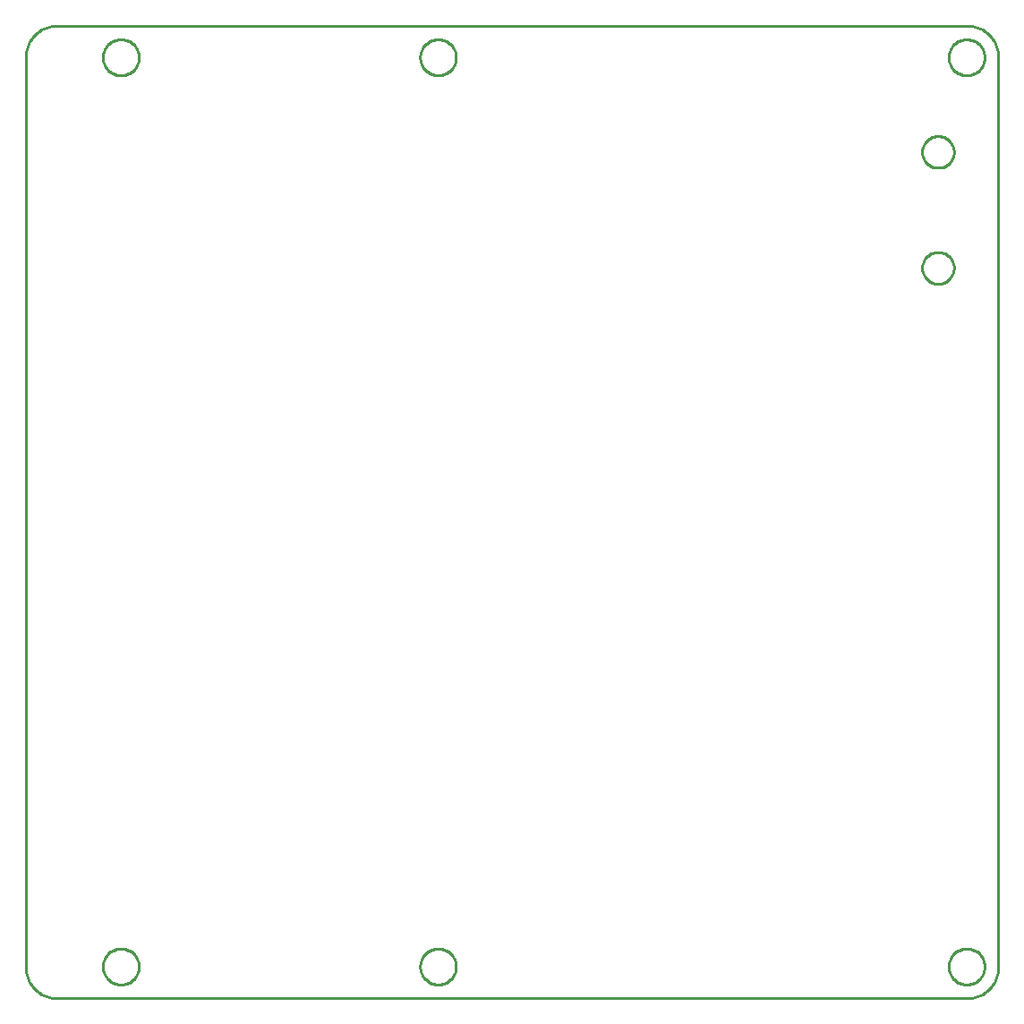
<source format=gbr>
G04 EAGLE Gerber RS-274X export*
G75*
%MOMM*%
%FSLAX34Y34*%
%LPD*%
%IN*%
%IPPOS*%
%AMOC8*
5,1,8,0,0,1.08239X$1,22.5*%
G01*
%ADD10C,0.254000*%


D10*
X0Y30000D02*
X114Y27385D01*
X456Y24791D01*
X1022Y22235D01*
X1809Y19739D01*
X2811Y17321D01*
X4019Y15000D01*
X5425Y12793D01*
X7019Y10716D01*
X8787Y8787D01*
X10716Y7019D01*
X12793Y5425D01*
X15000Y4019D01*
X17321Y2811D01*
X19739Y1809D01*
X22235Y1022D01*
X24791Y456D01*
X27385Y114D01*
X30000Y0D01*
X890000Y0D01*
X892615Y114D01*
X895209Y456D01*
X897765Y1022D01*
X900261Y1809D01*
X902679Y2811D01*
X905000Y4019D01*
X907207Y5425D01*
X909284Y7019D01*
X911213Y8787D01*
X912981Y10716D01*
X914575Y12793D01*
X915981Y15000D01*
X917189Y17321D01*
X918191Y19739D01*
X918978Y22235D01*
X919544Y24791D01*
X919886Y27385D01*
X920000Y30000D01*
X920000Y890000D01*
X919886Y892615D01*
X919544Y895209D01*
X918978Y897765D01*
X918191Y900261D01*
X917189Y902679D01*
X915981Y905000D01*
X914575Y907207D01*
X912981Y909284D01*
X911213Y911213D01*
X909284Y912981D01*
X907207Y914575D01*
X905000Y915981D01*
X902679Y917189D01*
X900261Y918191D01*
X897765Y918978D01*
X895209Y919544D01*
X892615Y919886D01*
X890000Y920000D01*
X30000Y920000D01*
X27385Y919886D01*
X24791Y919544D01*
X22235Y918978D01*
X19739Y918191D01*
X17321Y917189D01*
X15000Y915981D01*
X12793Y914575D01*
X10716Y912981D01*
X8787Y911213D01*
X7019Y909284D01*
X5425Y907207D01*
X4019Y905000D01*
X2811Y902679D01*
X1809Y900261D01*
X1022Y897765D01*
X456Y895209D01*
X114Y892615D01*
X0Y890000D01*
X0Y30000D01*
X407000Y889443D02*
X406927Y888333D01*
X406782Y887229D01*
X406565Y886138D01*
X406277Y885063D01*
X405919Y884009D01*
X405493Y882980D01*
X405001Y881982D01*
X404444Y881018D01*
X403826Y880093D01*
X403148Y879210D01*
X402414Y878373D01*
X401627Y877586D01*
X400790Y876852D01*
X399907Y876174D01*
X398982Y875556D01*
X398018Y874999D01*
X397020Y874507D01*
X395991Y874081D01*
X394937Y873723D01*
X393862Y873435D01*
X392771Y873218D01*
X391667Y873073D01*
X390557Y873000D01*
X389443Y873000D01*
X388333Y873073D01*
X387229Y873218D01*
X386138Y873435D01*
X385063Y873723D01*
X384009Y874081D01*
X382980Y874507D01*
X381982Y874999D01*
X381018Y875556D01*
X380093Y876174D01*
X379210Y876852D01*
X378373Y877586D01*
X377586Y878373D01*
X376852Y879210D01*
X376174Y880093D01*
X375556Y881018D01*
X374999Y881982D01*
X374507Y882980D01*
X374081Y884009D01*
X373723Y885063D01*
X373435Y886138D01*
X373218Y887229D01*
X373073Y888333D01*
X373000Y889443D01*
X373000Y890557D01*
X373073Y891667D01*
X373218Y892771D01*
X373435Y893862D01*
X373723Y894937D01*
X374081Y895991D01*
X374507Y897020D01*
X374999Y898018D01*
X375556Y898982D01*
X376174Y899907D01*
X376852Y900790D01*
X377586Y901627D01*
X378373Y902414D01*
X379210Y903148D01*
X380093Y903826D01*
X381018Y904444D01*
X381982Y905001D01*
X382980Y905493D01*
X384009Y905919D01*
X385063Y906277D01*
X386138Y906565D01*
X387229Y906782D01*
X388333Y906927D01*
X389443Y907000D01*
X390557Y907000D01*
X391667Y906927D01*
X392771Y906782D01*
X393862Y906565D01*
X394937Y906277D01*
X395991Y905919D01*
X397020Y905493D01*
X398018Y905001D01*
X398982Y904444D01*
X399907Y903826D01*
X400790Y903148D01*
X401627Y902414D01*
X402414Y901627D01*
X403148Y900790D01*
X403826Y899907D01*
X404444Y898982D01*
X405001Y898018D01*
X405493Y897020D01*
X405919Y895991D01*
X406277Y894937D01*
X406565Y893862D01*
X406782Y892771D01*
X406927Y891667D01*
X407000Y890557D01*
X407000Y889443D01*
X107000Y889443D02*
X106927Y888333D01*
X106782Y887229D01*
X106565Y886138D01*
X106277Y885063D01*
X105919Y884009D01*
X105493Y882980D01*
X105001Y881982D01*
X104444Y881018D01*
X103826Y880093D01*
X103148Y879210D01*
X102414Y878373D01*
X101627Y877586D01*
X100790Y876852D01*
X99907Y876174D01*
X98982Y875556D01*
X98018Y874999D01*
X97020Y874507D01*
X95991Y874081D01*
X94937Y873723D01*
X93862Y873435D01*
X92771Y873218D01*
X91667Y873073D01*
X90557Y873000D01*
X89443Y873000D01*
X88333Y873073D01*
X87229Y873218D01*
X86138Y873435D01*
X85063Y873723D01*
X84009Y874081D01*
X82980Y874507D01*
X81982Y874999D01*
X81018Y875556D01*
X80093Y876174D01*
X79210Y876852D01*
X78373Y877586D01*
X77586Y878373D01*
X76852Y879210D01*
X76174Y880093D01*
X75556Y881018D01*
X74999Y881982D01*
X74507Y882980D01*
X74081Y884009D01*
X73723Y885063D01*
X73435Y886138D01*
X73218Y887229D01*
X73073Y888333D01*
X73000Y889443D01*
X73000Y890557D01*
X73073Y891667D01*
X73218Y892771D01*
X73435Y893862D01*
X73723Y894937D01*
X74081Y895991D01*
X74507Y897020D01*
X74999Y898018D01*
X75556Y898982D01*
X76174Y899907D01*
X76852Y900790D01*
X77586Y901627D01*
X78373Y902414D01*
X79210Y903148D01*
X80093Y903826D01*
X81018Y904444D01*
X81982Y905001D01*
X82980Y905493D01*
X84009Y905919D01*
X85063Y906277D01*
X86138Y906565D01*
X87229Y906782D01*
X88333Y906927D01*
X89443Y907000D01*
X90557Y907000D01*
X91667Y906927D01*
X92771Y906782D01*
X93862Y906565D01*
X94937Y906277D01*
X95991Y905919D01*
X97020Y905493D01*
X98018Y905001D01*
X98982Y904444D01*
X99907Y903826D01*
X100790Y903148D01*
X101627Y902414D01*
X102414Y901627D01*
X103148Y900790D01*
X103826Y899907D01*
X104444Y898982D01*
X105001Y898018D01*
X105493Y897020D01*
X105919Y895991D01*
X106277Y894937D01*
X106565Y893862D01*
X106782Y892771D01*
X106927Y891667D01*
X107000Y890557D01*
X107000Y889443D01*
X107000Y29443D02*
X106927Y28333D01*
X106782Y27229D01*
X106565Y26138D01*
X106277Y25063D01*
X105919Y24009D01*
X105493Y22980D01*
X105001Y21982D01*
X104444Y21018D01*
X103826Y20093D01*
X103148Y19210D01*
X102414Y18373D01*
X101627Y17586D01*
X100790Y16852D01*
X99907Y16174D01*
X98982Y15556D01*
X98018Y14999D01*
X97020Y14507D01*
X95991Y14081D01*
X94937Y13723D01*
X93862Y13435D01*
X92771Y13218D01*
X91667Y13073D01*
X90557Y13000D01*
X89443Y13000D01*
X88333Y13073D01*
X87229Y13218D01*
X86138Y13435D01*
X85063Y13723D01*
X84009Y14081D01*
X82980Y14507D01*
X81982Y14999D01*
X81018Y15556D01*
X80093Y16174D01*
X79210Y16852D01*
X78373Y17586D01*
X77586Y18373D01*
X76852Y19210D01*
X76174Y20093D01*
X75556Y21018D01*
X74999Y21982D01*
X74507Y22980D01*
X74081Y24009D01*
X73723Y25063D01*
X73435Y26138D01*
X73218Y27229D01*
X73073Y28333D01*
X73000Y29443D01*
X73000Y30557D01*
X73073Y31667D01*
X73218Y32771D01*
X73435Y33862D01*
X73723Y34937D01*
X74081Y35991D01*
X74507Y37020D01*
X74999Y38018D01*
X75556Y38982D01*
X76174Y39907D01*
X76852Y40790D01*
X77586Y41627D01*
X78373Y42414D01*
X79210Y43148D01*
X80093Y43826D01*
X81018Y44444D01*
X81982Y45001D01*
X82980Y45493D01*
X84009Y45919D01*
X85063Y46277D01*
X86138Y46565D01*
X87229Y46782D01*
X88333Y46927D01*
X89443Y47000D01*
X90557Y47000D01*
X91667Y46927D01*
X92771Y46782D01*
X93862Y46565D01*
X94937Y46277D01*
X95991Y45919D01*
X97020Y45493D01*
X98018Y45001D01*
X98982Y44444D01*
X99907Y43826D01*
X100790Y43148D01*
X101627Y42414D01*
X102414Y41627D01*
X103148Y40790D01*
X103826Y39907D01*
X104444Y38982D01*
X105001Y38018D01*
X105493Y37020D01*
X105919Y35991D01*
X106277Y34937D01*
X106565Y33862D01*
X106782Y32771D01*
X106927Y31667D01*
X107000Y30557D01*
X107000Y29443D01*
X407000Y29443D02*
X406927Y28333D01*
X406782Y27229D01*
X406565Y26138D01*
X406277Y25063D01*
X405919Y24009D01*
X405493Y22980D01*
X405001Y21982D01*
X404444Y21018D01*
X403826Y20093D01*
X403148Y19210D01*
X402414Y18373D01*
X401627Y17586D01*
X400790Y16852D01*
X399907Y16174D01*
X398982Y15556D01*
X398018Y14999D01*
X397020Y14507D01*
X395991Y14081D01*
X394937Y13723D01*
X393862Y13435D01*
X392771Y13218D01*
X391667Y13073D01*
X390557Y13000D01*
X389443Y13000D01*
X388333Y13073D01*
X387229Y13218D01*
X386138Y13435D01*
X385063Y13723D01*
X384009Y14081D01*
X382980Y14507D01*
X381982Y14999D01*
X381018Y15556D01*
X380093Y16174D01*
X379210Y16852D01*
X378373Y17586D01*
X377586Y18373D01*
X376852Y19210D01*
X376174Y20093D01*
X375556Y21018D01*
X374999Y21982D01*
X374507Y22980D01*
X374081Y24009D01*
X373723Y25063D01*
X373435Y26138D01*
X373218Y27229D01*
X373073Y28333D01*
X373000Y29443D01*
X373000Y30557D01*
X373073Y31667D01*
X373218Y32771D01*
X373435Y33862D01*
X373723Y34937D01*
X374081Y35991D01*
X374507Y37020D01*
X374999Y38018D01*
X375556Y38982D01*
X376174Y39907D01*
X376852Y40790D01*
X377586Y41627D01*
X378373Y42414D01*
X379210Y43148D01*
X380093Y43826D01*
X381018Y44444D01*
X381982Y45001D01*
X382980Y45493D01*
X384009Y45919D01*
X385063Y46277D01*
X386138Y46565D01*
X387229Y46782D01*
X388333Y46927D01*
X389443Y47000D01*
X390557Y47000D01*
X391667Y46927D01*
X392771Y46782D01*
X393862Y46565D01*
X394937Y46277D01*
X395991Y45919D01*
X397020Y45493D01*
X398018Y45001D01*
X398982Y44444D01*
X399907Y43826D01*
X400790Y43148D01*
X401627Y42414D01*
X402414Y41627D01*
X403148Y40790D01*
X403826Y39907D01*
X404444Y38982D01*
X405001Y38018D01*
X405493Y37020D01*
X405919Y35991D01*
X406277Y34937D01*
X406565Y33862D01*
X406782Y32771D01*
X406927Y31667D01*
X407000Y30557D01*
X407000Y29443D01*
X907000Y29443D02*
X906927Y28333D01*
X906782Y27229D01*
X906565Y26138D01*
X906277Y25063D01*
X905919Y24009D01*
X905493Y22980D01*
X905001Y21982D01*
X904444Y21018D01*
X903826Y20093D01*
X903148Y19210D01*
X902414Y18373D01*
X901627Y17586D01*
X900790Y16852D01*
X899907Y16174D01*
X898982Y15556D01*
X898018Y14999D01*
X897020Y14507D01*
X895991Y14081D01*
X894937Y13723D01*
X893862Y13435D01*
X892771Y13218D01*
X891667Y13073D01*
X890557Y13000D01*
X889443Y13000D01*
X888333Y13073D01*
X887229Y13218D01*
X886138Y13435D01*
X885063Y13723D01*
X884009Y14081D01*
X882980Y14507D01*
X881982Y14999D01*
X881018Y15556D01*
X880093Y16174D01*
X879210Y16852D01*
X878373Y17586D01*
X877586Y18373D01*
X876852Y19210D01*
X876174Y20093D01*
X875556Y21018D01*
X874999Y21982D01*
X874507Y22980D01*
X874081Y24009D01*
X873723Y25063D01*
X873435Y26138D01*
X873218Y27229D01*
X873073Y28333D01*
X873000Y29443D01*
X873000Y30557D01*
X873073Y31667D01*
X873218Y32771D01*
X873435Y33862D01*
X873723Y34937D01*
X874081Y35991D01*
X874507Y37020D01*
X874999Y38018D01*
X875556Y38982D01*
X876174Y39907D01*
X876852Y40790D01*
X877586Y41627D01*
X878373Y42414D01*
X879210Y43148D01*
X880093Y43826D01*
X881018Y44444D01*
X881982Y45001D01*
X882980Y45493D01*
X884009Y45919D01*
X885063Y46277D01*
X886138Y46565D01*
X887229Y46782D01*
X888333Y46927D01*
X889443Y47000D01*
X890557Y47000D01*
X891667Y46927D01*
X892771Y46782D01*
X893862Y46565D01*
X894937Y46277D01*
X895991Y45919D01*
X897020Y45493D01*
X898018Y45001D01*
X898982Y44444D01*
X899907Y43826D01*
X900790Y43148D01*
X901627Y42414D01*
X902414Y41627D01*
X903148Y40790D01*
X903826Y39907D01*
X904444Y38982D01*
X905001Y38018D01*
X905493Y37020D01*
X905919Y35991D01*
X906277Y34937D01*
X906565Y33862D01*
X906782Y32771D01*
X906927Y31667D01*
X907000Y30557D01*
X907000Y29443D01*
X907000Y889443D02*
X906927Y888333D01*
X906782Y887229D01*
X906565Y886138D01*
X906277Y885063D01*
X905919Y884009D01*
X905493Y882980D01*
X905001Y881982D01*
X904444Y881018D01*
X903826Y880093D01*
X903148Y879210D01*
X902414Y878373D01*
X901627Y877586D01*
X900790Y876852D01*
X899907Y876174D01*
X898982Y875556D01*
X898018Y874999D01*
X897020Y874507D01*
X895991Y874081D01*
X894937Y873723D01*
X893862Y873435D01*
X892771Y873218D01*
X891667Y873073D01*
X890557Y873000D01*
X889443Y873000D01*
X888333Y873073D01*
X887229Y873218D01*
X886138Y873435D01*
X885063Y873723D01*
X884009Y874081D01*
X882980Y874507D01*
X881982Y874999D01*
X881018Y875556D01*
X880093Y876174D01*
X879210Y876852D01*
X878373Y877586D01*
X877586Y878373D01*
X876852Y879210D01*
X876174Y880093D01*
X875556Y881018D01*
X874999Y881982D01*
X874507Y882980D01*
X874081Y884009D01*
X873723Y885063D01*
X873435Y886138D01*
X873218Y887229D01*
X873073Y888333D01*
X873000Y889443D01*
X873000Y890557D01*
X873073Y891667D01*
X873218Y892771D01*
X873435Y893862D01*
X873723Y894937D01*
X874081Y895991D01*
X874507Y897020D01*
X874999Y898018D01*
X875556Y898982D01*
X876174Y899907D01*
X876852Y900790D01*
X877586Y901627D01*
X878373Y902414D01*
X879210Y903148D01*
X880093Y903826D01*
X881018Y904444D01*
X881982Y905001D01*
X882980Y905493D01*
X884009Y905919D01*
X885063Y906277D01*
X886138Y906565D01*
X887229Y906782D01*
X888333Y906927D01*
X889443Y907000D01*
X890557Y907000D01*
X891667Y906927D01*
X892771Y906782D01*
X893862Y906565D01*
X894937Y906277D01*
X895991Y905919D01*
X897020Y905493D01*
X898018Y905001D01*
X898982Y904444D01*
X899907Y903826D01*
X900790Y903148D01*
X901627Y902414D01*
X902414Y901627D01*
X903148Y900790D01*
X903826Y899907D01*
X904444Y898982D01*
X905001Y898018D01*
X905493Y897020D01*
X905919Y895991D01*
X906277Y894937D01*
X906565Y893862D01*
X906782Y892771D01*
X906927Y891667D01*
X907000Y890557D01*
X907000Y889443D01*
X863436Y815500D02*
X864504Y815424D01*
X865565Y815271D01*
X866612Y815043D01*
X867640Y814741D01*
X868644Y814367D01*
X869619Y813922D01*
X870559Y813408D01*
X871460Y812829D01*
X872318Y812187D01*
X873128Y811485D01*
X873885Y810728D01*
X874587Y809918D01*
X875229Y809060D01*
X875808Y808159D01*
X876322Y807219D01*
X876767Y806244D01*
X877141Y805240D01*
X877443Y804212D01*
X877671Y803165D01*
X877824Y802104D01*
X877900Y801036D01*
X877900Y799964D01*
X877824Y798896D01*
X877671Y797835D01*
X877443Y796788D01*
X877141Y795760D01*
X876767Y794756D01*
X876322Y793781D01*
X875808Y792841D01*
X875229Y791940D01*
X874587Y791082D01*
X873885Y790272D01*
X873128Y789515D01*
X872318Y788813D01*
X871460Y788171D01*
X870559Y787592D01*
X869619Y787078D01*
X868644Y786633D01*
X867640Y786259D01*
X866612Y785957D01*
X865565Y785729D01*
X864504Y785576D01*
X863436Y785500D01*
X862364Y785500D01*
X861296Y785576D01*
X860235Y785729D01*
X859188Y785957D01*
X858160Y786259D01*
X857156Y786633D01*
X856181Y787078D01*
X855241Y787592D01*
X854340Y788171D01*
X853482Y788813D01*
X852672Y789515D01*
X851915Y790272D01*
X851213Y791082D01*
X850571Y791940D01*
X849992Y792841D01*
X849478Y793781D01*
X849033Y794756D01*
X848659Y795760D01*
X848357Y796788D01*
X848129Y797835D01*
X847976Y798896D01*
X847900Y799964D01*
X847900Y801036D01*
X847976Y802104D01*
X848129Y803165D01*
X848357Y804212D01*
X848659Y805240D01*
X849033Y806244D01*
X849478Y807219D01*
X849992Y808159D01*
X850571Y809060D01*
X851213Y809918D01*
X851915Y810728D01*
X852672Y811485D01*
X853482Y812187D01*
X854340Y812829D01*
X855241Y813408D01*
X856181Y813922D01*
X857156Y814367D01*
X858160Y814741D01*
X859188Y815043D01*
X860235Y815271D01*
X861296Y815424D01*
X862364Y815500D01*
X863436Y815500D01*
X863436Y705800D02*
X864504Y705724D01*
X865565Y705571D01*
X866612Y705343D01*
X867640Y705041D01*
X868644Y704667D01*
X869619Y704222D01*
X870559Y703708D01*
X871460Y703129D01*
X872318Y702487D01*
X873128Y701785D01*
X873885Y701028D01*
X874587Y700218D01*
X875229Y699360D01*
X875808Y698459D01*
X876322Y697519D01*
X876767Y696544D01*
X877141Y695540D01*
X877443Y694512D01*
X877671Y693465D01*
X877824Y692404D01*
X877900Y691336D01*
X877900Y690264D01*
X877824Y689196D01*
X877671Y688135D01*
X877443Y687088D01*
X877141Y686060D01*
X876767Y685056D01*
X876322Y684081D01*
X875808Y683141D01*
X875229Y682240D01*
X874587Y681382D01*
X873885Y680572D01*
X873128Y679815D01*
X872318Y679113D01*
X871460Y678471D01*
X870559Y677892D01*
X869619Y677378D01*
X868644Y676933D01*
X867640Y676559D01*
X866612Y676257D01*
X865565Y676029D01*
X864504Y675876D01*
X863436Y675800D01*
X862364Y675800D01*
X861296Y675876D01*
X860235Y676029D01*
X859188Y676257D01*
X858160Y676559D01*
X857156Y676933D01*
X856181Y677378D01*
X855241Y677892D01*
X854340Y678471D01*
X853482Y679113D01*
X852672Y679815D01*
X851915Y680572D01*
X851213Y681382D01*
X850571Y682240D01*
X849992Y683141D01*
X849478Y684081D01*
X849033Y685056D01*
X848659Y686060D01*
X848357Y687088D01*
X848129Y688135D01*
X847976Y689196D01*
X847900Y690264D01*
X847900Y691336D01*
X847976Y692404D01*
X848129Y693465D01*
X848357Y694512D01*
X848659Y695540D01*
X849033Y696544D01*
X849478Y697519D01*
X849992Y698459D01*
X850571Y699360D01*
X851213Y700218D01*
X851915Y701028D01*
X852672Y701785D01*
X853482Y702487D01*
X854340Y703129D01*
X855241Y703708D01*
X856181Y704222D01*
X857156Y704667D01*
X858160Y705041D01*
X859188Y705343D01*
X860235Y705571D01*
X861296Y705724D01*
X862364Y705800D01*
X863436Y705800D01*
M02*

</source>
